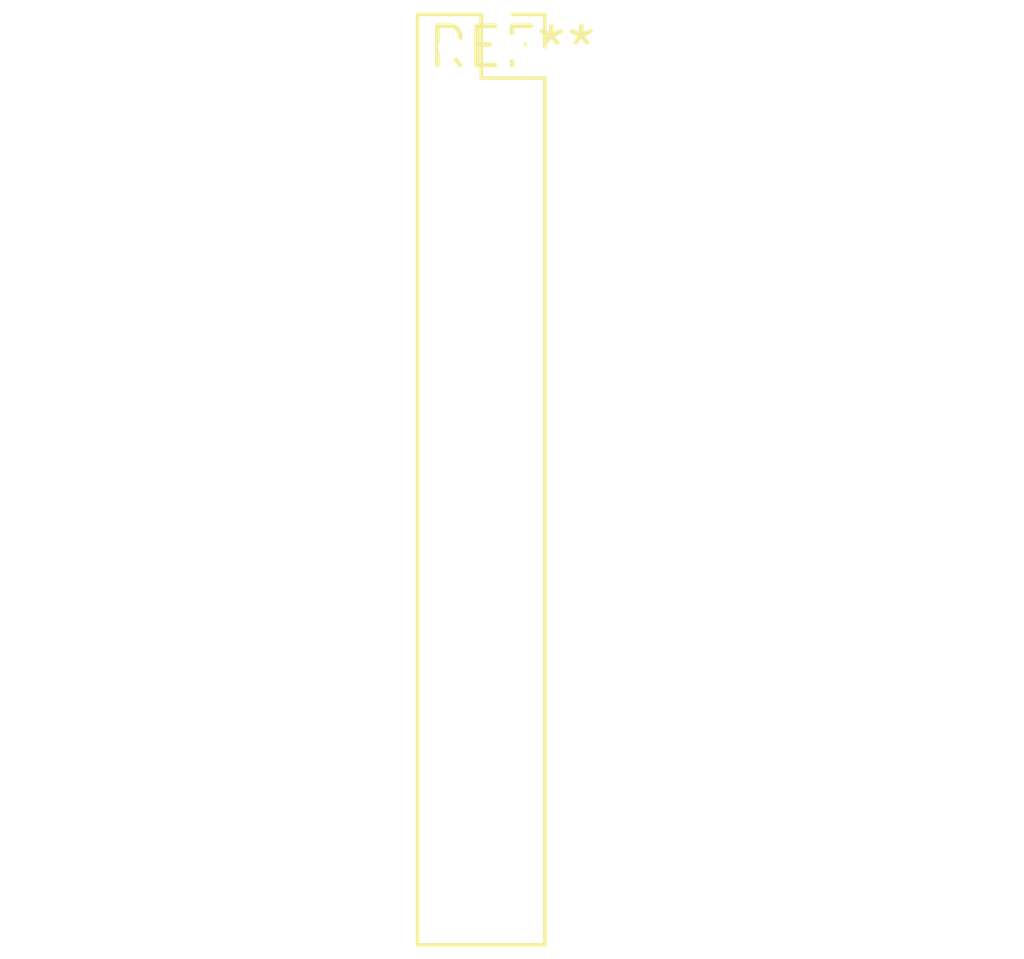
<source format=kicad_pcb>
(kicad_pcb (version 20240108) (generator pcbnew)
  (layers (0 "F.Cu" signal) (31 "B.Cu" signal) (34 "B.Paste" user) (35 "F.Paste" user) (36 "B.SilkS" user "B.Silkscreen") (37 "F.SilkS" user "F.Silkscreen") (38 "B.Mask" user) (39 "F.Mask" user) (44 "Edge.Cuts" user))
  (net 0 "")
  (footprint "PinSocket_2x15_P2.00mm_Vertical" (layer "F.Cu") (at 0 0)
    (property "Reference" "REF**")
    (property "Value" "PinSocket_2x15_P2.00mm_Vertical")
    (fp_line (start -3.06 -1.06) (end -3.06 29.06) (layer "F.SilkS") (stroke (width 0.12)))
    (fp_line (start -3.06 -1.06) (end -1 -1.06) (layer "F.SilkS") (stroke (width 0.12)))
    (fp_line (start -3.06 29.06) (end 1.06 29.06) (layer "F.SilkS") (stroke (width 0.12)))
    (fp_line (start -1 -1.06) (end -1 1) (layer "F.SilkS") (stroke (width 0.12)))
    (fp_line (start -1 1) (end 1.06 1) (layer "F.SilkS") (stroke (width 0.12)))
    (fp_line (start 0 -1.06) (end 1.06 -1.06) (layer "F.SilkS") (stroke (width 0.12)))
    (fp_line (start 1.06 -1.06) (end 1.06 0) (layer "F.SilkS") (stroke (width 0.12)))
    (fp_line (start 1.06 1) (end 1.06 29.06) (layer "F.SilkS") (stroke (width 0.12)))
    (pad "1" thru_hole rect (at 0 0) (size 1.35 1.35) (drill 0.8) (layers *.Cu *.Mask) (remove_unused_layers))
    (pad "2" thru_hole oval (at -2 0) (size 1.35 1.35) (drill 0.8) (layers *.Cu *.Mask) (remove_unused_layers))
    (pad "3" thru_hole oval (at 0 2) (size 1.35 1.35) (drill 0.8) (layers *.Cu *.Mask) (remove_unused_layers))
    (pad "4" thru_hole oval (at -2 2) (size 1.35 1.35) (drill 0.8) (layers *.Cu *.Mask) (remove_unused_layers))
    (pad "5" thru_hole oval (at 0 4) (size 1.35 1.35) (drill 0.8) (layers *.Cu *.Mask) (remove_unused_layers))
    (pad "6" thru_hole oval (at -2 4) (size 1.35 1.35) (drill 0.8) (layers *.Cu *.Mask) (remove_unused_layers))
    (pad "7" thru_hole oval (at 0 6) (size 1.35 1.35) (drill 0.8) (layers *.Cu *.Mask) (remove_unused_layers))
    (pad "8" thru_hole oval (at -2 6) (size 1.35 1.35) (drill 0.8) (layers *.Cu *.Mask) (remove_unused_layers))
    (pad "9" thru_hole oval (at 0 8) (size 1.35 1.35) (drill 0.8) (layers *.Cu *.Mask) (remove_unused_layers))
    (pad "10" thru_hole oval (at -2 8) (size 1.35 1.35) (drill 0.8) (layers *.Cu *.Mask) (remove_unused_layers))
    (pad "11" thru_hole oval (at 0 10) (size 1.35 1.35) (drill 0.8) (layers *.Cu *.Mask) (remove_unused_layers))
    (pad "12" thru_hole oval (at -2 10) (size 1.35 1.35) (drill 0.8) (layers *.Cu *.Mask) (remove_unused_layers))
    (pad "13" thru_hole oval (at 0 12) (size 1.35 1.35) (drill 0.8) (layers *.Cu *.Mask) (remove_unused_layers))
    (pad "14" thru_hole oval (at -2 12) (size 1.35 1.35) (drill 0.8) (layers *.Cu *.Mask) (remove_unused_layers))
    (pad "15" thru_hole oval (at 0 14) (size 1.35 1.35) (drill 0.8) (layers *.Cu *.Mask) (remove_unused_layers))
    (pad "16" thru_hole oval (at -2 14) (size 1.35 1.35) (drill 0.8) (layers *.Cu *.Mask) (remove_unused_layers))
    (pad "17" thru_hole oval (at 0 16) (size 1.35 1.35) (drill 0.8) (layers *.Cu *.Mask) (remove_unused_layers))
    (pad "18" thru_hole oval (at -2 16) (size 1.35 1.35) (drill 0.8) (layers *.Cu *.Mask) (remove_unused_layers))
    (pad "19" thru_hole oval (at 0 18) (size 1.35 1.35) (drill 0.8) (layers *.Cu *.Mask) (remove_unused_layers))
    (pad "20" thru_hole oval (at -2 18) (size 1.35 1.35) (drill 0.8) (layers *.Cu *.Mask) (remove_unused_layers))
    (pad "21" thru_hole oval (at 0 20) (size 1.35 1.35) (drill 0.8) (layers *.Cu *.Mask) (remove_unused_layers))
    (pad "22" thru_hole oval (at -2 20) (size 1.35 1.35) (drill 0.8) (layers *.Cu *.Mask) (remove_unused_layers))
    (pad "23" thru_hole oval (at 0 22) (size 1.35 1.35) (drill 0.8) (layers *.Cu *.Mask) (remove_unused_layers))
    (pad "24" thru_hole oval (at -2 22) (size 1.35 1.35) (drill 0.8) (layers *.Cu *.Mask) (remove_unused_layers))
    (pad "25" thru_hole oval (at 0 24) (size 1.35 1.35) (drill 0.8) (layers *.Cu *.Mask) (remove_unused_layers))
    (pad "26" thru_hole oval (at -2 24) (size 1.35 1.35) (drill 0.8) (layers *.Cu *.Mask) (remove_unused_layers))
    (pad "27" thru_hole oval (at 0 26) (size 1.35 1.35) (drill 0.8) (layers *.Cu *.Mask) (remove_unused_layers))
    (pad "28" thru_hole oval (at -2 26) (size 1.35 1.35) (drill 0.8) (layers *.Cu *.Mask) (remove_unused_layers))
    (pad "29" thru_hole oval (at 0 28) (size 1.35 1.35) (drill 0.8) (layers *.Cu *.Mask) (remove_unused_layers))
    (pad "30" thru_hole oval (at -2 28) (size 1.35 1.35) (drill 0.8) (layers *.Cu *.Mask) (remove_unused_layers))
  )
)
</source>
